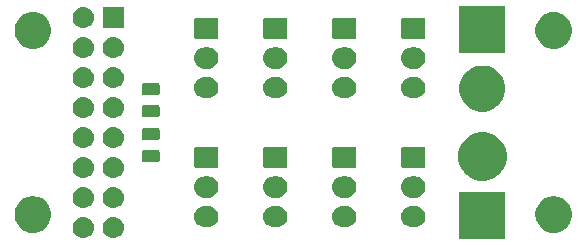
<source format=gbr>
G04 #@! TF.GenerationSoftware,KiCad,Pcbnew,(5.1.4)-1*
G04 #@! TF.CreationDate,2021-10-23T09:50:45-05:00*
G04 #@! TF.ProjectId,FadecandyHatV1.0,46616465-6361-46e6-9479-48617456312e,rev?*
G04 #@! TF.SameCoordinates,Original*
G04 #@! TF.FileFunction,Soldermask,Top*
G04 #@! TF.FilePolarity,Negative*
%FSLAX46Y46*%
G04 Gerber Fmt 4.6, Leading zero omitted, Abs format (unit mm)*
G04 Created by KiCad (PCBNEW (5.1.4)-1) date 2021-10-23 09:50:45*
%MOMM*%
%LPD*%
G04 APERTURE LIST*
%ADD10C,0.100000*%
G04 APERTURE END LIST*
D10*
G36*
X37003000Y-21255000D02*
G01*
X33101000Y-21255000D01*
X33101000Y-17353000D01*
X37003000Y-17353000D01*
X37003000Y-21255000D01*
X37003000Y-21255000D01*
G37*
G36*
X3920443Y-19425519D02*
G01*
X3986627Y-19432037D01*
X4156466Y-19483557D01*
X4312991Y-19567222D01*
X4313484Y-19567627D01*
X4450186Y-19679814D01*
X4533448Y-19781271D01*
X4562778Y-19817009D01*
X4646443Y-19973534D01*
X4697963Y-20143373D01*
X4715359Y-20320000D01*
X4697963Y-20496627D01*
X4646443Y-20666466D01*
X4562778Y-20822991D01*
X4533448Y-20858729D01*
X4450186Y-20960186D01*
X4348729Y-21043448D01*
X4312991Y-21072778D01*
X4156466Y-21156443D01*
X3986627Y-21207963D01*
X3920442Y-21214482D01*
X3854260Y-21221000D01*
X3765740Y-21221000D01*
X3699558Y-21214482D01*
X3633373Y-21207963D01*
X3463534Y-21156443D01*
X3307009Y-21072778D01*
X3271271Y-21043448D01*
X3169814Y-20960186D01*
X3086552Y-20858729D01*
X3057222Y-20822991D01*
X2973557Y-20666466D01*
X2922037Y-20496627D01*
X2904641Y-20320000D01*
X2922037Y-20143373D01*
X2973557Y-19973534D01*
X3057222Y-19817009D01*
X3086552Y-19781271D01*
X3169814Y-19679814D01*
X3306516Y-19567627D01*
X3307009Y-19567222D01*
X3463534Y-19483557D01*
X3633373Y-19432037D01*
X3699557Y-19425519D01*
X3765740Y-19419000D01*
X3854260Y-19419000D01*
X3920443Y-19425519D01*
X3920443Y-19425519D01*
G37*
G36*
X1380443Y-19425519D02*
G01*
X1446627Y-19432037D01*
X1616466Y-19483557D01*
X1772991Y-19567222D01*
X1773484Y-19567627D01*
X1910186Y-19679814D01*
X1993448Y-19781271D01*
X2022778Y-19817009D01*
X2106443Y-19973534D01*
X2157963Y-20143373D01*
X2175359Y-20320000D01*
X2157963Y-20496627D01*
X2106443Y-20666466D01*
X2022778Y-20822991D01*
X1993448Y-20858729D01*
X1910186Y-20960186D01*
X1808729Y-21043448D01*
X1772991Y-21072778D01*
X1616466Y-21156443D01*
X1446627Y-21207963D01*
X1380442Y-21214482D01*
X1314260Y-21221000D01*
X1225740Y-21221000D01*
X1159558Y-21214482D01*
X1093373Y-21207963D01*
X923534Y-21156443D01*
X767009Y-21072778D01*
X731271Y-21043448D01*
X629814Y-20960186D01*
X546552Y-20858729D01*
X517222Y-20822991D01*
X433557Y-20666466D01*
X382037Y-20496627D01*
X364641Y-20320000D01*
X382037Y-20143373D01*
X433557Y-19973534D01*
X517222Y-19817009D01*
X546552Y-19781271D01*
X629814Y-19679814D01*
X766516Y-19567627D01*
X767009Y-19567222D01*
X923534Y-19483557D01*
X1093373Y-19432037D01*
X1159557Y-19425519D01*
X1225740Y-19419000D01*
X1314260Y-19419000D01*
X1380443Y-19425519D01*
X1380443Y-19425519D01*
G37*
G36*
X41402585Y-17703802D02*
G01*
X41552410Y-17733604D01*
X41834674Y-17850521D01*
X42088705Y-18020259D01*
X42304741Y-18236295D01*
X42474479Y-18490326D01*
X42591396Y-18772590D01*
X42591396Y-18772591D01*
X42651000Y-19072239D01*
X42651000Y-19377761D01*
X42642797Y-19419000D01*
X42591396Y-19677410D01*
X42474479Y-19959674D01*
X42304741Y-20213705D01*
X42088705Y-20429741D01*
X41834674Y-20599479D01*
X41552410Y-20716396D01*
X41402585Y-20746198D01*
X41252761Y-20776000D01*
X40947239Y-20776000D01*
X40797415Y-20746198D01*
X40647590Y-20716396D01*
X40365326Y-20599479D01*
X40111295Y-20429741D01*
X39895259Y-20213705D01*
X39725521Y-19959674D01*
X39608604Y-19677410D01*
X39557203Y-19419000D01*
X39549000Y-19377761D01*
X39549000Y-19072239D01*
X39608604Y-18772591D01*
X39608604Y-18772590D01*
X39725521Y-18490326D01*
X39895259Y-18236295D01*
X40111295Y-18020259D01*
X40365326Y-17850521D01*
X40647590Y-17733604D01*
X40797415Y-17703802D01*
X40947239Y-17674000D01*
X41252761Y-17674000D01*
X41402585Y-17703802D01*
X41402585Y-17703802D01*
G37*
G36*
X-2697415Y-17703802D02*
G01*
X-2547590Y-17733604D01*
X-2265326Y-17850521D01*
X-2011295Y-18020259D01*
X-1795259Y-18236295D01*
X-1625521Y-18490326D01*
X-1508604Y-18772590D01*
X-1508604Y-18772591D01*
X-1449000Y-19072239D01*
X-1449000Y-19377761D01*
X-1457203Y-19419000D01*
X-1508604Y-19677410D01*
X-1625521Y-19959674D01*
X-1795259Y-20213705D01*
X-2011295Y-20429741D01*
X-2265326Y-20599479D01*
X-2547590Y-20716396D01*
X-2697415Y-20746198D01*
X-2847239Y-20776000D01*
X-3152761Y-20776000D01*
X-3302585Y-20746198D01*
X-3452410Y-20716396D01*
X-3734674Y-20599479D01*
X-3988705Y-20429741D01*
X-4204741Y-20213705D01*
X-4374479Y-19959674D01*
X-4491396Y-19677410D01*
X-4542797Y-19419000D01*
X-4551000Y-19377761D01*
X-4551000Y-19072239D01*
X-4491396Y-18772591D01*
X-4491396Y-18772590D01*
X-4374479Y-18490326D01*
X-4204741Y-18236295D01*
X-3988705Y-18020259D01*
X-3734674Y-17850521D01*
X-3452410Y-17733604D01*
X-3302585Y-17703802D01*
X-3152761Y-17674000D01*
X-2847239Y-17674000D01*
X-2697415Y-17703802D01*
X-2697415Y-17703802D01*
G37*
G36*
X17761442Y-18496518D02*
G01*
X17827627Y-18503037D01*
X17997466Y-18554557D01*
X18153991Y-18638222D01*
X18189729Y-18667552D01*
X18291186Y-18750814D01*
X18374448Y-18852271D01*
X18403778Y-18888009D01*
X18487443Y-19044534D01*
X18538963Y-19214373D01*
X18556359Y-19391000D01*
X18538963Y-19567627D01*
X18487443Y-19737466D01*
X18403778Y-19893991D01*
X18374448Y-19929729D01*
X18291186Y-20031186D01*
X18189729Y-20114448D01*
X18153991Y-20143778D01*
X17997466Y-20227443D01*
X17827627Y-20278963D01*
X17761442Y-20285482D01*
X17695260Y-20292000D01*
X17356740Y-20292000D01*
X17290558Y-20285482D01*
X17224373Y-20278963D01*
X17054534Y-20227443D01*
X16898009Y-20143778D01*
X16862271Y-20114448D01*
X16760814Y-20031186D01*
X16677552Y-19929729D01*
X16648222Y-19893991D01*
X16564557Y-19737466D01*
X16513037Y-19567627D01*
X16495641Y-19391000D01*
X16513037Y-19214373D01*
X16564557Y-19044534D01*
X16648222Y-18888009D01*
X16677552Y-18852271D01*
X16760814Y-18750814D01*
X16862271Y-18667552D01*
X16898009Y-18638222D01*
X17054534Y-18554557D01*
X17224373Y-18503037D01*
X17290558Y-18496518D01*
X17356740Y-18490000D01*
X17695260Y-18490000D01*
X17761442Y-18496518D01*
X17761442Y-18496518D01*
G37*
G36*
X23603442Y-18496518D02*
G01*
X23669627Y-18503037D01*
X23839466Y-18554557D01*
X23995991Y-18638222D01*
X24031729Y-18667552D01*
X24133186Y-18750814D01*
X24216448Y-18852271D01*
X24245778Y-18888009D01*
X24329443Y-19044534D01*
X24380963Y-19214373D01*
X24398359Y-19391000D01*
X24380963Y-19567627D01*
X24329443Y-19737466D01*
X24245778Y-19893991D01*
X24216448Y-19929729D01*
X24133186Y-20031186D01*
X24031729Y-20114448D01*
X23995991Y-20143778D01*
X23839466Y-20227443D01*
X23669627Y-20278963D01*
X23603442Y-20285482D01*
X23537260Y-20292000D01*
X23198740Y-20292000D01*
X23132558Y-20285482D01*
X23066373Y-20278963D01*
X22896534Y-20227443D01*
X22740009Y-20143778D01*
X22704271Y-20114448D01*
X22602814Y-20031186D01*
X22519552Y-19929729D01*
X22490222Y-19893991D01*
X22406557Y-19737466D01*
X22355037Y-19567627D01*
X22337641Y-19391000D01*
X22355037Y-19214373D01*
X22406557Y-19044534D01*
X22490222Y-18888009D01*
X22519552Y-18852271D01*
X22602814Y-18750814D01*
X22704271Y-18667552D01*
X22740009Y-18638222D01*
X22896534Y-18554557D01*
X23066373Y-18503037D01*
X23132558Y-18496518D01*
X23198740Y-18490000D01*
X23537260Y-18490000D01*
X23603442Y-18496518D01*
X23603442Y-18496518D01*
G37*
G36*
X11919442Y-18496518D02*
G01*
X11985627Y-18503037D01*
X12155466Y-18554557D01*
X12311991Y-18638222D01*
X12347729Y-18667552D01*
X12449186Y-18750814D01*
X12532448Y-18852271D01*
X12561778Y-18888009D01*
X12645443Y-19044534D01*
X12696963Y-19214373D01*
X12714359Y-19391000D01*
X12696963Y-19567627D01*
X12645443Y-19737466D01*
X12561778Y-19893991D01*
X12532448Y-19929729D01*
X12449186Y-20031186D01*
X12347729Y-20114448D01*
X12311991Y-20143778D01*
X12155466Y-20227443D01*
X11985627Y-20278963D01*
X11919442Y-20285482D01*
X11853260Y-20292000D01*
X11514740Y-20292000D01*
X11448558Y-20285482D01*
X11382373Y-20278963D01*
X11212534Y-20227443D01*
X11056009Y-20143778D01*
X11020271Y-20114448D01*
X10918814Y-20031186D01*
X10835552Y-19929729D01*
X10806222Y-19893991D01*
X10722557Y-19737466D01*
X10671037Y-19567627D01*
X10653641Y-19391000D01*
X10671037Y-19214373D01*
X10722557Y-19044534D01*
X10806222Y-18888009D01*
X10835552Y-18852271D01*
X10918814Y-18750814D01*
X11020271Y-18667552D01*
X11056009Y-18638222D01*
X11212534Y-18554557D01*
X11382373Y-18503037D01*
X11448558Y-18496518D01*
X11514740Y-18490000D01*
X11853260Y-18490000D01*
X11919442Y-18496518D01*
X11919442Y-18496518D01*
G37*
G36*
X29445442Y-18496518D02*
G01*
X29511627Y-18503037D01*
X29681466Y-18554557D01*
X29837991Y-18638222D01*
X29873729Y-18667552D01*
X29975186Y-18750814D01*
X30058448Y-18852271D01*
X30087778Y-18888009D01*
X30171443Y-19044534D01*
X30222963Y-19214373D01*
X30240359Y-19391000D01*
X30222963Y-19567627D01*
X30171443Y-19737466D01*
X30087778Y-19893991D01*
X30058448Y-19929729D01*
X29975186Y-20031186D01*
X29873729Y-20114448D01*
X29837991Y-20143778D01*
X29681466Y-20227443D01*
X29511627Y-20278963D01*
X29445442Y-20285482D01*
X29379260Y-20292000D01*
X29040740Y-20292000D01*
X28974558Y-20285482D01*
X28908373Y-20278963D01*
X28738534Y-20227443D01*
X28582009Y-20143778D01*
X28546271Y-20114448D01*
X28444814Y-20031186D01*
X28361552Y-19929729D01*
X28332222Y-19893991D01*
X28248557Y-19737466D01*
X28197037Y-19567627D01*
X28179641Y-19391000D01*
X28197037Y-19214373D01*
X28248557Y-19044534D01*
X28332222Y-18888009D01*
X28361552Y-18852271D01*
X28444814Y-18750814D01*
X28546271Y-18667552D01*
X28582009Y-18638222D01*
X28738534Y-18554557D01*
X28908373Y-18503037D01*
X28974558Y-18496518D01*
X29040740Y-18490000D01*
X29379260Y-18490000D01*
X29445442Y-18496518D01*
X29445442Y-18496518D01*
G37*
G36*
X3920443Y-16885519D02*
G01*
X3986627Y-16892037D01*
X4156466Y-16943557D01*
X4312991Y-17027222D01*
X4348729Y-17056552D01*
X4450186Y-17139814D01*
X4530326Y-17237466D01*
X4562778Y-17277009D01*
X4646443Y-17433534D01*
X4697963Y-17603373D01*
X4715359Y-17780000D01*
X4697963Y-17956627D01*
X4646443Y-18126466D01*
X4562778Y-18282991D01*
X4533448Y-18318729D01*
X4450186Y-18420186D01*
X4365116Y-18490000D01*
X4312991Y-18532778D01*
X4156466Y-18616443D01*
X3986627Y-18667963D01*
X3920443Y-18674481D01*
X3854260Y-18681000D01*
X3765740Y-18681000D01*
X3699557Y-18674481D01*
X3633373Y-18667963D01*
X3463534Y-18616443D01*
X3307009Y-18532778D01*
X3254884Y-18490000D01*
X3169814Y-18420186D01*
X3086552Y-18318729D01*
X3057222Y-18282991D01*
X2973557Y-18126466D01*
X2922037Y-17956627D01*
X2904641Y-17780000D01*
X2922037Y-17603373D01*
X2973557Y-17433534D01*
X3057222Y-17277009D01*
X3089674Y-17237466D01*
X3169814Y-17139814D01*
X3271271Y-17056552D01*
X3307009Y-17027222D01*
X3463534Y-16943557D01*
X3633373Y-16892037D01*
X3699557Y-16885519D01*
X3765740Y-16879000D01*
X3854260Y-16879000D01*
X3920443Y-16885519D01*
X3920443Y-16885519D01*
G37*
G36*
X1380443Y-16885519D02*
G01*
X1446627Y-16892037D01*
X1616466Y-16943557D01*
X1772991Y-17027222D01*
X1808729Y-17056552D01*
X1910186Y-17139814D01*
X1990326Y-17237466D01*
X2022778Y-17277009D01*
X2106443Y-17433534D01*
X2157963Y-17603373D01*
X2175359Y-17780000D01*
X2157963Y-17956627D01*
X2106443Y-18126466D01*
X2022778Y-18282991D01*
X1993448Y-18318729D01*
X1910186Y-18420186D01*
X1825116Y-18490000D01*
X1772991Y-18532778D01*
X1616466Y-18616443D01*
X1446627Y-18667963D01*
X1380443Y-18674481D01*
X1314260Y-18681000D01*
X1225740Y-18681000D01*
X1159557Y-18674481D01*
X1093373Y-18667963D01*
X923534Y-18616443D01*
X767009Y-18532778D01*
X714884Y-18490000D01*
X629814Y-18420186D01*
X546552Y-18318729D01*
X517222Y-18282991D01*
X433557Y-18126466D01*
X382037Y-17956627D01*
X364641Y-17780000D01*
X382037Y-17603373D01*
X433557Y-17433534D01*
X517222Y-17277009D01*
X549674Y-17237466D01*
X629814Y-17139814D01*
X731271Y-17056552D01*
X767009Y-17027222D01*
X923534Y-16943557D01*
X1093373Y-16892037D01*
X1159557Y-16885519D01*
X1225740Y-16879000D01*
X1314260Y-16879000D01*
X1380443Y-16885519D01*
X1380443Y-16885519D01*
G37*
G36*
X29445443Y-15996519D02*
G01*
X29511627Y-16003037D01*
X29681466Y-16054557D01*
X29837991Y-16138222D01*
X29873729Y-16167552D01*
X29975186Y-16250814D01*
X30058448Y-16352271D01*
X30087778Y-16388009D01*
X30171443Y-16544534D01*
X30222963Y-16714373D01*
X30240359Y-16891000D01*
X30222963Y-17067627D01*
X30171443Y-17237466D01*
X30087778Y-17393991D01*
X30058448Y-17429729D01*
X29975186Y-17531186D01*
X29887222Y-17603375D01*
X29837991Y-17643778D01*
X29681466Y-17727443D01*
X29511627Y-17778963D01*
X29445443Y-17785481D01*
X29379260Y-17792000D01*
X29040740Y-17792000D01*
X28974557Y-17785481D01*
X28908373Y-17778963D01*
X28738534Y-17727443D01*
X28582009Y-17643778D01*
X28532778Y-17603375D01*
X28444814Y-17531186D01*
X28361552Y-17429729D01*
X28332222Y-17393991D01*
X28248557Y-17237466D01*
X28197037Y-17067627D01*
X28179641Y-16891000D01*
X28197037Y-16714373D01*
X28248557Y-16544534D01*
X28332222Y-16388009D01*
X28361552Y-16352271D01*
X28444814Y-16250814D01*
X28546271Y-16167552D01*
X28582009Y-16138222D01*
X28738534Y-16054557D01*
X28908373Y-16003037D01*
X28974557Y-15996519D01*
X29040740Y-15990000D01*
X29379260Y-15990000D01*
X29445443Y-15996519D01*
X29445443Y-15996519D01*
G37*
G36*
X23603443Y-15996519D02*
G01*
X23669627Y-16003037D01*
X23839466Y-16054557D01*
X23995991Y-16138222D01*
X24031729Y-16167552D01*
X24133186Y-16250814D01*
X24216448Y-16352271D01*
X24245778Y-16388009D01*
X24329443Y-16544534D01*
X24380963Y-16714373D01*
X24398359Y-16891000D01*
X24380963Y-17067627D01*
X24329443Y-17237466D01*
X24245778Y-17393991D01*
X24216448Y-17429729D01*
X24133186Y-17531186D01*
X24045222Y-17603375D01*
X23995991Y-17643778D01*
X23839466Y-17727443D01*
X23669627Y-17778963D01*
X23603443Y-17785481D01*
X23537260Y-17792000D01*
X23198740Y-17792000D01*
X23132557Y-17785481D01*
X23066373Y-17778963D01*
X22896534Y-17727443D01*
X22740009Y-17643778D01*
X22690778Y-17603375D01*
X22602814Y-17531186D01*
X22519552Y-17429729D01*
X22490222Y-17393991D01*
X22406557Y-17237466D01*
X22355037Y-17067627D01*
X22337641Y-16891000D01*
X22355037Y-16714373D01*
X22406557Y-16544534D01*
X22490222Y-16388009D01*
X22519552Y-16352271D01*
X22602814Y-16250814D01*
X22704271Y-16167552D01*
X22740009Y-16138222D01*
X22896534Y-16054557D01*
X23066373Y-16003037D01*
X23132557Y-15996519D01*
X23198740Y-15990000D01*
X23537260Y-15990000D01*
X23603443Y-15996519D01*
X23603443Y-15996519D01*
G37*
G36*
X11919443Y-15996519D02*
G01*
X11985627Y-16003037D01*
X12155466Y-16054557D01*
X12311991Y-16138222D01*
X12347729Y-16167552D01*
X12449186Y-16250814D01*
X12532448Y-16352271D01*
X12561778Y-16388009D01*
X12645443Y-16544534D01*
X12696963Y-16714373D01*
X12714359Y-16891000D01*
X12696963Y-17067627D01*
X12645443Y-17237466D01*
X12561778Y-17393991D01*
X12532448Y-17429729D01*
X12449186Y-17531186D01*
X12361222Y-17603375D01*
X12311991Y-17643778D01*
X12155466Y-17727443D01*
X11985627Y-17778963D01*
X11919443Y-17785481D01*
X11853260Y-17792000D01*
X11514740Y-17792000D01*
X11448557Y-17785481D01*
X11382373Y-17778963D01*
X11212534Y-17727443D01*
X11056009Y-17643778D01*
X11006778Y-17603375D01*
X10918814Y-17531186D01*
X10835552Y-17429729D01*
X10806222Y-17393991D01*
X10722557Y-17237466D01*
X10671037Y-17067627D01*
X10653641Y-16891000D01*
X10671037Y-16714373D01*
X10722557Y-16544534D01*
X10806222Y-16388009D01*
X10835552Y-16352271D01*
X10918814Y-16250814D01*
X11020271Y-16167552D01*
X11056009Y-16138222D01*
X11212534Y-16054557D01*
X11382373Y-16003037D01*
X11448557Y-15996519D01*
X11514740Y-15990000D01*
X11853260Y-15990000D01*
X11919443Y-15996519D01*
X11919443Y-15996519D01*
G37*
G36*
X17761443Y-15996519D02*
G01*
X17827627Y-16003037D01*
X17997466Y-16054557D01*
X18153991Y-16138222D01*
X18189729Y-16167552D01*
X18291186Y-16250814D01*
X18374448Y-16352271D01*
X18403778Y-16388009D01*
X18487443Y-16544534D01*
X18538963Y-16714373D01*
X18556359Y-16891000D01*
X18538963Y-17067627D01*
X18487443Y-17237466D01*
X18403778Y-17393991D01*
X18374448Y-17429729D01*
X18291186Y-17531186D01*
X18203222Y-17603375D01*
X18153991Y-17643778D01*
X17997466Y-17727443D01*
X17827627Y-17778963D01*
X17761443Y-17785481D01*
X17695260Y-17792000D01*
X17356740Y-17792000D01*
X17290557Y-17785481D01*
X17224373Y-17778963D01*
X17054534Y-17727443D01*
X16898009Y-17643778D01*
X16848778Y-17603375D01*
X16760814Y-17531186D01*
X16677552Y-17429729D01*
X16648222Y-17393991D01*
X16564557Y-17237466D01*
X16513037Y-17067627D01*
X16495641Y-16891000D01*
X16513037Y-16714373D01*
X16564557Y-16544534D01*
X16648222Y-16388009D01*
X16677552Y-16352271D01*
X16760814Y-16250814D01*
X16862271Y-16167552D01*
X16898009Y-16138222D01*
X17054534Y-16054557D01*
X17224373Y-16003037D01*
X17290557Y-15996519D01*
X17356740Y-15990000D01*
X17695260Y-15990000D01*
X17761443Y-15996519D01*
X17761443Y-15996519D01*
G37*
G36*
X35650254Y-12331818D02*
G01*
X36023511Y-12486426D01*
X36023513Y-12486427D01*
X36359436Y-12710884D01*
X36645116Y-12996564D01*
X36678460Y-13046466D01*
X36869574Y-13332489D01*
X37024182Y-13705746D01*
X37103000Y-14101993D01*
X37103000Y-14506007D01*
X37024182Y-14902254D01*
X36869574Y-15275511D01*
X36869573Y-15275513D01*
X36645116Y-15611436D01*
X36359436Y-15897116D01*
X36023513Y-16121573D01*
X36023512Y-16121574D01*
X36023511Y-16121574D01*
X35650254Y-16276182D01*
X35254007Y-16355000D01*
X34849993Y-16355000D01*
X34453746Y-16276182D01*
X34080489Y-16121574D01*
X34080488Y-16121574D01*
X34080487Y-16121573D01*
X33744564Y-15897116D01*
X33458884Y-15611436D01*
X33234427Y-15275513D01*
X33234426Y-15275511D01*
X33079818Y-14902254D01*
X33001000Y-14506007D01*
X33001000Y-14101993D01*
X33079818Y-13705746D01*
X33234426Y-13332489D01*
X33425541Y-13046466D01*
X33458884Y-12996564D01*
X33744564Y-12710884D01*
X34080487Y-12486427D01*
X34080489Y-12486426D01*
X34453746Y-12331818D01*
X34849993Y-12253000D01*
X35254007Y-12253000D01*
X35650254Y-12331818D01*
X35650254Y-12331818D01*
G37*
G36*
X3920443Y-14345519D02*
G01*
X3986627Y-14352037D01*
X4156466Y-14403557D01*
X4312991Y-14487222D01*
X4335879Y-14506006D01*
X4450186Y-14599814D01*
X4518567Y-14683138D01*
X4562778Y-14737009D01*
X4646443Y-14893534D01*
X4697963Y-15063373D01*
X4715359Y-15240000D01*
X4697963Y-15416627D01*
X4646443Y-15586466D01*
X4562778Y-15742991D01*
X4533448Y-15778729D01*
X4450186Y-15880186D01*
X4348729Y-15963448D01*
X4312991Y-15992778D01*
X4156466Y-16076443D01*
X3986627Y-16127963D01*
X3920443Y-16134481D01*
X3854260Y-16141000D01*
X3765740Y-16141000D01*
X3699557Y-16134481D01*
X3633373Y-16127963D01*
X3463534Y-16076443D01*
X3307009Y-15992778D01*
X3271271Y-15963448D01*
X3169814Y-15880186D01*
X3086552Y-15778729D01*
X3057222Y-15742991D01*
X2973557Y-15586466D01*
X2922037Y-15416627D01*
X2904641Y-15240000D01*
X2922037Y-15063373D01*
X2973557Y-14893534D01*
X3057222Y-14737009D01*
X3101433Y-14683138D01*
X3169814Y-14599814D01*
X3284121Y-14506006D01*
X3307009Y-14487222D01*
X3463534Y-14403557D01*
X3633373Y-14352037D01*
X3699557Y-14345519D01*
X3765740Y-14339000D01*
X3854260Y-14339000D01*
X3920443Y-14345519D01*
X3920443Y-14345519D01*
G37*
G36*
X1380443Y-14345519D02*
G01*
X1446627Y-14352037D01*
X1616466Y-14403557D01*
X1772991Y-14487222D01*
X1795879Y-14506006D01*
X1910186Y-14599814D01*
X1978567Y-14683138D01*
X2022778Y-14737009D01*
X2106443Y-14893534D01*
X2157963Y-15063373D01*
X2175359Y-15240000D01*
X2157963Y-15416627D01*
X2106443Y-15586466D01*
X2022778Y-15742991D01*
X1993448Y-15778729D01*
X1910186Y-15880186D01*
X1808729Y-15963448D01*
X1772991Y-15992778D01*
X1616466Y-16076443D01*
X1446627Y-16127963D01*
X1380443Y-16134481D01*
X1314260Y-16141000D01*
X1225740Y-16141000D01*
X1159557Y-16134481D01*
X1093373Y-16127963D01*
X923534Y-16076443D01*
X767009Y-15992778D01*
X731271Y-15963448D01*
X629814Y-15880186D01*
X546552Y-15778729D01*
X517222Y-15742991D01*
X433557Y-15586466D01*
X382037Y-15416627D01*
X364641Y-15240000D01*
X382037Y-15063373D01*
X433557Y-14893534D01*
X517222Y-14737009D01*
X561433Y-14683138D01*
X629814Y-14599814D01*
X744121Y-14506006D01*
X767009Y-14487222D01*
X923534Y-14403557D01*
X1093373Y-14352037D01*
X1159557Y-14345519D01*
X1225740Y-14339000D01*
X1314260Y-14339000D01*
X1380443Y-14345519D01*
X1380443Y-14345519D01*
G37*
G36*
X12567600Y-13493989D02*
G01*
X12600652Y-13504015D01*
X12631103Y-13520292D01*
X12657799Y-13542201D01*
X12679708Y-13568897D01*
X12695985Y-13599348D01*
X12706011Y-13632400D01*
X12710000Y-13672903D01*
X12710000Y-15109097D01*
X12706011Y-15149600D01*
X12695985Y-15182652D01*
X12679708Y-15213103D01*
X12657799Y-15239799D01*
X12631103Y-15261708D01*
X12600652Y-15277985D01*
X12567600Y-15288011D01*
X12527097Y-15292000D01*
X10840903Y-15292000D01*
X10800400Y-15288011D01*
X10767348Y-15277985D01*
X10736897Y-15261708D01*
X10710201Y-15239799D01*
X10688292Y-15213103D01*
X10672015Y-15182652D01*
X10661989Y-15149600D01*
X10658000Y-15109097D01*
X10658000Y-13672903D01*
X10661989Y-13632400D01*
X10672015Y-13599348D01*
X10688292Y-13568897D01*
X10710201Y-13542201D01*
X10736897Y-13520292D01*
X10767348Y-13504015D01*
X10800400Y-13493989D01*
X10840903Y-13490000D01*
X12527097Y-13490000D01*
X12567600Y-13493989D01*
X12567600Y-13493989D01*
G37*
G36*
X18409600Y-13493989D02*
G01*
X18442652Y-13504015D01*
X18473103Y-13520292D01*
X18499799Y-13542201D01*
X18521708Y-13568897D01*
X18537985Y-13599348D01*
X18548011Y-13632400D01*
X18552000Y-13672903D01*
X18552000Y-15109097D01*
X18548011Y-15149600D01*
X18537985Y-15182652D01*
X18521708Y-15213103D01*
X18499799Y-15239799D01*
X18473103Y-15261708D01*
X18442652Y-15277985D01*
X18409600Y-15288011D01*
X18369097Y-15292000D01*
X16682903Y-15292000D01*
X16642400Y-15288011D01*
X16609348Y-15277985D01*
X16578897Y-15261708D01*
X16552201Y-15239799D01*
X16530292Y-15213103D01*
X16514015Y-15182652D01*
X16503989Y-15149600D01*
X16500000Y-15109097D01*
X16500000Y-13672903D01*
X16503989Y-13632400D01*
X16514015Y-13599348D01*
X16530292Y-13568897D01*
X16552201Y-13542201D01*
X16578897Y-13520292D01*
X16609348Y-13504015D01*
X16642400Y-13493989D01*
X16682903Y-13490000D01*
X18369097Y-13490000D01*
X18409600Y-13493989D01*
X18409600Y-13493989D01*
G37*
G36*
X24251600Y-13493989D02*
G01*
X24284652Y-13504015D01*
X24315103Y-13520292D01*
X24341799Y-13542201D01*
X24363708Y-13568897D01*
X24379985Y-13599348D01*
X24390011Y-13632400D01*
X24394000Y-13672903D01*
X24394000Y-15109097D01*
X24390011Y-15149600D01*
X24379985Y-15182652D01*
X24363708Y-15213103D01*
X24341799Y-15239799D01*
X24315103Y-15261708D01*
X24284652Y-15277985D01*
X24251600Y-15288011D01*
X24211097Y-15292000D01*
X22524903Y-15292000D01*
X22484400Y-15288011D01*
X22451348Y-15277985D01*
X22420897Y-15261708D01*
X22394201Y-15239799D01*
X22372292Y-15213103D01*
X22356015Y-15182652D01*
X22345989Y-15149600D01*
X22342000Y-15109097D01*
X22342000Y-13672903D01*
X22345989Y-13632400D01*
X22356015Y-13599348D01*
X22372292Y-13568897D01*
X22394201Y-13542201D01*
X22420897Y-13520292D01*
X22451348Y-13504015D01*
X22484400Y-13493989D01*
X22524903Y-13490000D01*
X24211097Y-13490000D01*
X24251600Y-13493989D01*
X24251600Y-13493989D01*
G37*
G36*
X30093600Y-13493989D02*
G01*
X30126652Y-13504015D01*
X30157103Y-13520292D01*
X30183799Y-13542201D01*
X30205708Y-13568897D01*
X30221985Y-13599348D01*
X30232011Y-13632400D01*
X30236000Y-13672903D01*
X30236000Y-15109097D01*
X30232011Y-15149600D01*
X30221985Y-15182652D01*
X30205708Y-15213103D01*
X30183799Y-15239799D01*
X30157103Y-15261708D01*
X30126652Y-15277985D01*
X30093600Y-15288011D01*
X30053097Y-15292000D01*
X28366903Y-15292000D01*
X28326400Y-15288011D01*
X28293348Y-15277985D01*
X28262897Y-15261708D01*
X28236201Y-15239799D01*
X28214292Y-15213103D01*
X28198015Y-15182652D01*
X28187989Y-15149600D01*
X28184000Y-15109097D01*
X28184000Y-13672903D01*
X28187989Y-13632400D01*
X28198015Y-13599348D01*
X28214292Y-13568897D01*
X28236201Y-13542201D01*
X28262897Y-13520292D01*
X28293348Y-13504015D01*
X28326400Y-13493989D01*
X28366903Y-13490000D01*
X30053097Y-13490000D01*
X30093600Y-13493989D01*
X30093600Y-13493989D01*
G37*
G36*
X7569468Y-13738565D02*
G01*
X7608138Y-13750296D01*
X7643777Y-13769346D01*
X7675017Y-13794983D01*
X7700654Y-13826223D01*
X7719704Y-13861862D01*
X7731435Y-13900532D01*
X7736000Y-13946888D01*
X7736000Y-14598112D01*
X7731435Y-14644468D01*
X7719704Y-14683138D01*
X7700654Y-14718777D01*
X7675017Y-14750017D01*
X7643777Y-14775654D01*
X7608138Y-14794704D01*
X7569468Y-14806435D01*
X7523112Y-14811000D01*
X6446888Y-14811000D01*
X6400532Y-14806435D01*
X6361862Y-14794704D01*
X6326223Y-14775654D01*
X6294983Y-14750017D01*
X6269346Y-14718777D01*
X6250296Y-14683138D01*
X6238565Y-14644468D01*
X6234000Y-14598112D01*
X6234000Y-13946888D01*
X6238565Y-13900532D01*
X6250296Y-13861862D01*
X6269346Y-13826223D01*
X6294983Y-13794983D01*
X6326223Y-13769346D01*
X6361862Y-13750296D01*
X6400532Y-13738565D01*
X6446888Y-13734000D01*
X7523112Y-13734000D01*
X7569468Y-13738565D01*
X7569468Y-13738565D01*
G37*
G36*
X3920443Y-11805519D02*
G01*
X3986627Y-11812037D01*
X4156466Y-11863557D01*
X4312991Y-11947222D01*
X4317866Y-11951223D01*
X4450186Y-12059814D01*
X4506349Y-12128250D01*
X4562778Y-12197009D01*
X4562779Y-12197011D01*
X4634836Y-12331818D01*
X4646443Y-12353534D01*
X4697963Y-12523373D01*
X4715359Y-12700000D01*
X4697963Y-12876627D01*
X4646443Y-13046466D01*
X4562778Y-13202991D01*
X4533448Y-13238729D01*
X4450186Y-13340186D01*
X4348729Y-13423448D01*
X4312991Y-13452778D01*
X4156466Y-13536443D01*
X3986627Y-13587963D01*
X3920443Y-13594481D01*
X3854260Y-13601000D01*
X3765740Y-13601000D01*
X3699557Y-13594481D01*
X3633373Y-13587963D01*
X3463534Y-13536443D01*
X3307009Y-13452778D01*
X3271271Y-13423448D01*
X3169814Y-13340186D01*
X3086552Y-13238729D01*
X3057222Y-13202991D01*
X2973557Y-13046466D01*
X2922037Y-12876627D01*
X2904641Y-12700000D01*
X2922037Y-12523373D01*
X2973557Y-12353534D01*
X2985165Y-12331818D01*
X3057221Y-12197011D01*
X3057222Y-12197009D01*
X3113651Y-12128250D01*
X3169814Y-12059814D01*
X3302134Y-11951223D01*
X3307009Y-11947222D01*
X3463534Y-11863557D01*
X3633373Y-11812037D01*
X3699557Y-11805519D01*
X3765740Y-11799000D01*
X3854260Y-11799000D01*
X3920443Y-11805519D01*
X3920443Y-11805519D01*
G37*
G36*
X1380443Y-11805519D02*
G01*
X1446627Y-11812037D01*
X1616466Y-11863557D01*
X1772991Y-11947222D01*
X1777866Y-11951223D01*
X1910186Y-12059814D01*
X1966349Y-12128250D01*
X2022778Y-12197009D01*
X2022779Y-12197011D01*
X2094836Y-12331818D01*
X2106443Y-12353534D01*
X2157963Y-12523373D01*
X2175359Y-12700000D01*
X2157963Y-12876627D01*
X2106443Y-13046466D01*
X2022778Y-13202991D01*
X1993448Y-13238729D01*
X1910186Y-13340186D01*
X1808729Y-13423448D01*
X1772991Y-13452778D01*
X1616466Y-13536443D01*
X1446627Y-13587963D01*
X1380443Y-13594481D01*
X1314260Y-13601000D01*
X1225740Y-13601000D01*
X1159557Y-13594481D01*
X1093373Y-13587963D01*
X923534Y-13536443D01*
X767009Y-13452778D01*
X731271Y-13423448D01*
X629814Y-13340186D01*
X546552Y-13238729D01*
X517222Y-13202991D01*
X433557Y-13046466D01*
X382037Y-12876627D01*
X364641Y-12700000D01*
X382037Y-12523373D01*
X433557Y-12353534D01*
X445165Y-12331818D01*
X517221Y-12197011D01*
X517222Y-12197009D01*
X573651Y-12128250D01*
X629814Y-12059814D01*
X762134Y-11951223D01*
X767009Y-11947222D01*
X923534Y-11863557D01*
X1093373Y-11812037D01*
X1159557Y-11805519D01*
X1225740Y-11799000D01*
X1314260Y-11799000D01*
X1380443Y-11805519D01*
X1380443Y-11805519D01*
G37*
G36*
X7569468Y-11863565D02*
G01*
X7608138Y-11875296D01*
X7643777Y-11894346D01*
X7675017Y-11919983D01*
X7700654Y-11951223D01*
X7719704Y-11986862D01*
X7731435Y-12025532D01*
X7736000Y-12071888D01*
X7736000Y-12723112D01*
X7731435Y-12769468D01*
X7719704Y-12808138D01*
X7700654Y-12843777D01*
X7675017Y-12875017D01*
X7643777Y-12900654D01*
X7608138Y-12919704D01*
X7569468Y-12931435D01*
X7523112Y-12936000D01*
X6446888Y-12936000D01*
X6400532Y-12931435D01*
X6361862Y-12919704D01*
X6326223Y-12900654D01*
X6294983Y-12875017D01*
X6269346Y-12843777D01*
X6250296Y-12808138D01*
X6238565Y-12769468D01*
X6234000Y-12723112D01*
X6234000Y-12071888D01*
X6238565Y-12025532D01*
X6250296Y-11986862D01*
X6269346Y-11951223D01*
X6294983Y-11919983D01*
X6326223Y-11894346D01*
X6361862Y-11875296D01*
X6400532Y-11863565D01*
X6446888Y-11859000D01*
X7523112Y-11859000D01*
X7569468Y-11863565D01*
X7569468Y-11863565D01*
G37*
G36*
X3920442Y-9265518D02*
G01*
X3986627Y-9272037D01*
X4156466Y-9323557D01*
X4312991Y-9407222D01*
X4348729Y-9436552D01*
X4450186Y-9519814D01*
X4533448Y-9621271D01*
X4562778Y-9657009D01*
X4646443Y-9813534D01*
X4697963Y-9983373D01*
X4715359Y-10160000D01*
X4697963Y-10336627D01*
X4646443Y-10506466D01*
X4562778Y-10662991D01*
X4533448Y-10698729D01*
X4450186Y-10800186D01*
X4361292Y-10873138D01*
X4312991Y-10912778D01*
X4156466Y-10996443D01*
X3986627Y-11047963D01*
X3920443Y-11054481D01*
X3854260Y-11061000D01*
X3765740Y-11061000D01*
X3699557Y-11054481D01*
X3633373Y-11047963D01*
X3463534Y-10996443D01*
X3307009Y-10912778D01*
X3258708Y-10873138D01*
X3169814Y-10800186D01*
X3086552Y-10698729D01*
X3057222Y-10662991D01*
X2973557Y-10506466D01*
X2922037Y-10336627D01*
X2904641Y-10160000D01*
X2922037Y-9983373D01*
X2973557Y-9813534D01*
X3057222Y-9657009D01*
X3086552Y-9621271D01*
X3169814Y-9519814D01*
X3271271Y-9436552D01*
X3307009Y-9407222D01*
X3463534Y-9323557D01*
X3633373Y-9272037D01*
X3699558Y-9265518D01*
X3765740Y-9259000D01*
X3854260Y-9259000D01*
X3920442Y-9265518D01*
X3920442Y-9265518D01*
G37*
G36*
X1380442Y-9265518D02*
G01*
X1446627Y-9272037D01*
X1616466Y-9323557D01*
X1772991Y-9407222D01*
X1808729Y-9436552D01*
X1910186Y-9519814D01*
X1993448Y-9621271D01*
X2022778Y-9657009D01*
X2106443Y-9813534D01*
X2157963Y-9983373D01*
X2175359Y-10160000D01*
X2157963Y-10336627D01*
X2106443Y-10506466D01*
X2022778Y-10662991D01*
X1993448Y-10698729D01*
X1910186Y-10800186D01*
X1821292Y-10873138D01*
X1772991Y-10912778D01*
X1616466Y-10996443D01*
X1446627Y-11047963D01*
X1380443Y-11054481D01*
X1314260Y-11061000D01*
X1225740Y-11061000D01*
X1159557Y-11054481D01*
X1093373Y-11047963D01*
X923534Y-10996443D01*
X767009Y-10912778D01*
X718708Y-10873138D01*
X629814Y-10800186D01*
X546552Y-10698729D01*
X517222Y-10662991D01*
X433557Y-10506466D01*
X382037Y-10336627D01*
X364641Y-10160000D01*
X382037Y-9983373D01*
X433557Y-9813534D01*
X517222Y-9657009D01*
X546552Y-9621271D01*
X629814Y-9519814D01*
X731271Y-9436552D01*
X767009Y-9407222D01*
X923534Y-9323557D01*
X1093373Y-9272037D01*
X1159558Y-9265518D01*
X1225740Y-9259000D01*
X1314260Y-9259000D01*
X1380442Y-9265518D01*
X1380442Y-9265518D01*
G37*
G36*
X7569468Y-9928565D02*
G01*
X7608138Y-9940296D01*
X7643777Y-9959346D01*
X7675017Y-9984983D01*
X7700654Y-10016223D01*
X7719704Y-10051862D01*
X7731435Y-10090532D01*
X7736000Y-10136888D01*
X7736000Y-10788112D01*
X7731435Y-10834468D01*
X7719704Y-10873138D01*
X7700654Y-10908777D01*
X7675017Y-10940017D01*
X7643777Y-10965654D01*
X7608138Y-10984704D01*
X7569468Y-10996435D01*
X7523112Y-11001000D01*
X6446888Y-11001000D01*
X6400532Y-10996435D01*
X6361862Y-10984704D01*
X6326223Y-10965654D01*
X6294983Y-10940017D01*
X6269346Y-10908777D01*
X6250296Y-10873138D01*
X6238565Y-10834468D01*
X6234000Y-10788112D01*
X6234000Y-10136888D01*
X6238565Y-10090532D01*
X6250296Y-10051862D01*
X6269346Y-10016223D01*
X6294983Y-9984983D01*
X6326223Y-9959346D01*
X6361862Y-9940296D01*
X6400532Y-9928565D01*
X6446888Y-9924000D01*
X7523112Y-9924000D01*
X7569468Y-9928565D01*
X7569468Y-9928565D01*
G37*
G36*
X35621085Y-6679975D02*
G01*
X35923991Y-6805443D01*
X35976145Y-6827046D01*
X36295690Y-7040559D01*
X36567441Y-7312310D01*
X36780954Y-7631855D01*
X36780955Y-7631857D01*
X36928025Y-7986915D01*
X37003000Y-8363842D01*
X37003000Y-8748158D01*
X36928025Y-9125085D01*
X36811160Y-9407221D01*
X36780954Y-9480145D01*
X36567441Y-9799690D01*
X36295690Y-10071441D01*
X35976145Y-10284954D01*
X35976144Y-10284955D01*
X35976143Y-10284955D01*
X35621085Y-10432025D01*
X35244158Y-10507000D01*
X34859842Y-10507000D01*
X34482915Y-10432025D01*
X34127857Y-10284955D01*
X34127856Y-10284955D01*
X34127855Y-10284954D01*
X33808310Y-10071441D01*
X33536559Y-9799690D01*
X33323046Y-9480145D01*
X33292840Y-9407221D01*
X33175975Y-9125085D01*
X33101000Y-8748158D01*
X33101000Y-8363842D01*
X33175975Y-7986915D01*
X33323045Y-7631857D01*
X33323046Y-7631855D01*
X33536559Y-7312310D01*
X33808310Y-7040559D01*
X34127855Y-6827046D01*
X34180009Y-6805443D01*
X34482915Y-6679975D01*
X34859842Y-6605000D01*
X35244158Y-6605000D01*
X35621085Y-6679975D01*
X35621085Y-6679975D01*
G37*
G36*
X23603442Y-7574518D02*
G01*
X23669627Y-7581037D01*
X23839466Y-7632557D01*
X23995991Y-7716222D01*
X24031729Y-7745552D01*
X24133186Y-7828814D01*
X24216448Y-7930271D01*
X24245778Y-7966009D01*
X24329443Y-8122534D01*
X24380963Y-8292373D01*
X24398359Y-8469000D01*
X24380963Y-8645627D01*
X24329443Y-8815466D01*
X24245778Y-8971991D01*
X24217591Y-9006337D01*
X24133186Y-9109186D01*
X24031729Y-9192448D01*
X23995991Y-9221778D01*
X23839466Y-9305443D01*
X23669627Y-9356963D01*
X23603442Y-9363482D01*
X23537260Y-9370000D01*
X23198740Y-9370000D01*
X23132558Y-9363482D01*
X23066373Y-9356963D01*
X22896534Y-9305443D01*
X22740009Y-9221778D01*
X22704271Y-9192448D01*
X22602814Y-9109186D01*
X22518409Y-9006337D01*
X22490222Y-8971991D01*
X22406557Y-8815466D01*
X22355037Y-8645627D01*
X22337641Y-8469000D01*
X22355037Y-8292373D01*
X22406557Y-8122534D01*
X22490222Y-7966009D01*
X22519552Y-7930271D01*
X22602814Y-7828814D01*
X22704271Y-7745552D01*
X22740009Y-7716222D01*
X22896534Y-7632557D01*
X23066373Y-7581037D01*
X23132558Y-7574518D01*
X23198740Y-7568000D01*
X23537260Y-7568000D01*
X23603442Y-7574518D01*
X23603442Y-7574518D01*
G37*
G36*
X29445442Y-7574518D02*
G01*
X29511627Y-7581037D01*
X29681466Y-7632557D01*
X29837991Y-7716222D01*
X29873729Y-7745552D01*
X29975186Y-7828814D01*
X30058448Y-7930271D01*
X30087778Y-7966009D01*
X30171443Y-8122534D01*
X30222963Y-8292373D01*
X30240359Y-8469000D01*
X30222963Y-8645627D01*
X30171443Y-8815466D01*
X30087778Y-8971991D01*
X30059591Y-9006337D01*
X29975186Y-9109186D01*
X29873729Y-9192448D01*
X29837991Y-9221778D01*
X29681466Y-9305443D01*
X29511627Y-9356963D01*
X29445442Y-9363482D01*
X29379260Y-9370000D01*
X29040740Y-9370000D01*
X28974558Y-9363482D01*
X28908373Y-9356963D01*
X28738534Y-9305443D01*
X28582009Y-9221778D01*
X28546271Y-9192448D01*
X28444814Y-9109186D01*
X28360409Y-9006337D01*
X28332222Y-8971991D01*
X28248557Y-8815466D01*
X28197037Y-8645627D01*
X28179641Y-8469000D01*
X28197037Y-8292373D01*
X28248557Y-8122534D01*
X28332222Y-7966009D01*
X28361552Y-7930271D01*
X28444814Y-7828814D01*
X28546271Y-7745552D01*
X28582009Y-7716222D01*
X28738534Y-7632557D01*
X28908373Y-7581037D01*
X28974558Y-7574518D01*
X29040740Y-7568000D01*
X29379260Y-7568000D01*
X29445442Y-7574518D01*
X29445442Y-7574518D01*
G37*
G36*
X17761442Y-7574518D02*
G01*
X17827627Y-7581037D01*
X17997466Y-7632557D01*
X18153991Y-7716222D01*
X18189729Y-7745552D01*
X18291186Y-7828814D01*
X18374448Y-7930271D01*
X18403778Y-7966009D01*
X18487443Y-8122534D01*
X18538963Y-8292373D01*
X18556359Y-8469000D01*
X18538963Y-8645627D01*
X18487443Y-8815466D01*
X18403778Y-8971991D01*
X18375591Y-9006337D01*
X18291186Y-9109186D01*
X18189729Y-9192448D01*
X18153991Y-9221778D01*
X17997466Y-9305443D01*
X17827627Y-9356963D01*
X17761442Y-9363482D01*
X17695260Y-9370000D01*
X17356740Y-9370000D01*
X17290558Y-9363482D01*
X17224373Y-9356963D01*
X17054534Y-9305443D01*
X16898009Y-9221778D01*
X16862271Y-9192448D01*
X16760814Y-9109186D01*
X16676409Y-9006337D01*
X16648222Y-8971991D01*
X16564557Y-8815466D01*
X16513037Y-8645627D01*
X16495641Y-8469000D01*
X16513037Y-8292373D01*
X16564557Y-8122534D01*
X16648222Y-7966009D01*
X16677552Y-7930271D01*
X16760814Y-7828814D01*
X16862271Y-7745552D01*
X16898009Y-7716222D01*
X17054534Y-7632557D01*
X17224373Y-7581037D01*
X17290558Y-7574518D01*
X17356740Y-7568000D01*
X17695260Y-7568000D01*
X17761442Y-7574518D01*
X17761442Y-7574518D01*
G37*
G36*
X11919442Y-7574518D02*
G01*
X11985627Y-7581037D01*
X12155466Y-7632557D01*
X12311991Y-7716222D01*
X12347729Y-7745552D01*
X12449186Y-7828814D01*
X12532448Y-7930271D01*
X12561778Y-7966009D01*
X12645443Y-8122534D01*
X12696963Y-8292373D01*
X12714359Y-8469000D01*
X12696963Y-8645627D01*
X12645443Y-8815466D01*
X12561778Y-8971991D01*
X12533591Y-9006337D01*
X12449186Y-9109186D01*
X12347729Y-9192448D01*
X12311991Y-9221778D01*
X12155466Y-9305443D01*
X11985627Y-9356963D01*
X11919442Y-9363482D01*
X11853260Y-9370000D01*
X11514740Y-9370000D01*
X11448558Y-9363482D01*
X11382373Y-9356963D01*
X11212534Y-9305443D01*
X11056009Y-9221778D01*
X11020271Y-9192448D01*
X10918814Y-9109186D01*
X10834409Y-9006337D01*
X10806222Y-8971991D01*
X10722557Y-8815466D01*
X10671037Y-8645627D01*
X10653641Y-8469000D01*
X10671037Y-8292373D01*
X10722557Y-8122534D01*
X10806222Y-7966009D01*
X10835552Y-7930271D01*
X10918814Y-7828814D01*
X11020271Y-7745552D01*
X11056009Y-7716222D01*
X11212534Y-7632557D01*
X11382373Y-7581037D01*
X11448558Y-7574518D01*
X11514740Y-7568000D01*
X11853260Y-7568000D01*
X11919442Y-7574518D01*
X11919442Y-7574518D01*
G37*
G36*
X7569468Y-8053565D02*
G01*
X7608138Y-8065296D01*
X7643777Y-8084346D01*
X7675017Y-8109983D01*
X7700654Y-8141223D01*
X7719704Y-8176862D01*
X7731435Y-8215532D01*
X7736000Y-8261888D01*
X7736000Y-8913112D01*
X7731435Y-8959468D01*
X7719704Y-8998138D01*
X7700654Y-9033777D01*
X7675017Y-9065017D01*
X7643777Y-9090654D01*
X7608138Y-9109704D01*
X7569468Y-9121435D01*
X7523112Y-9126000D01*
X6446888Y-9126000D01*
X6400532Y-9121435D01*
X6361862Y-9109704D01*
X6326223Y-9090654D01*
X6294983Y-9065017D01*
X6269346Y-9033777D01*
X6250296Y-8998138D01*
X6238565Y-8959468D01*
X6234000Y-8913112D01*
X6234000Y-8261888D01*
X6238565Y-8215532D01*
X6250296Y-8176862D01*
X6269346Y-8141223D01*
X6294983Y-8109983D01*
X6326223Y-8084346D01*
X6361862Y-8065296D01*
X6400532Y-8053565D01*
X6446888Y-8049000D01*
X7523112Y-8049000D01*
X7569468Y-8053565D01*
X7569468Y-8053565D01*
G37*
G36*
X3920442Y-6725518D02*
G01*
X3986627Y-6732037D01*
X4156466Y-6783557D01*
X4312991Y-6867222D01*
X4348729Y-6896552D01*
X4450186Y-6979814D01*
X4500037Y-7040559D01*
X4562778Y-7117009D01*
X4646443Y-7273534D01*
X4697963Y-7443373D01*
X4715359Y-7620000D01*
X4697963Y-7796627D01*
X4646443Y-7966466D01*
X4562778Y-8122991D01*
X4558781Y-8127861D01*
X4450186Y-8260186D01*
X4348729Y-8343448D01*
X4312991Y-8372778D01*
X4156466Y-8456443D01*
X3986627Y-8507963D01*
X3920443Y-8514481D01*
X3854260Y-8521000D01*
X3765740Y-8521000D01*
X3699557Y-8514481D01*
X3633373Y-8507963D01*
X3463534Y-8456443D01*
X3307009Y-8372778D01*
X3271271Y-8343448D01*
X3169814Y-8260186D01*
X3061219Y-8127861D01*
X3057222Y-8122991D01*
X2973557Y-7966466D01*
X2922037Y-7796627D01*
X2904641Y-7620000D01*
X2922037Y-7443373D01*
X2973557Y-7273534D01*
X3057222Y-7117009D01*
X3119963Y-7040559D01*
X3169814Y-6979814D01*
X3271271Y-6896552D01*
X3307009Y-6867222D01*
X3463534Y-6783557D01*
X3633373Y-6732037D01*
X3699558Y-6725518D01*
X3765740Y-6719000D01*
X3854260Y-6719000D01*
X3920442Y-6725518D01*
X3920442Y-6725518D01*
G37*
G36*
X1380442Y-6725518D02*
G01*
X1446627Y-6732037D01*
X1616466Y-6783557D01*
X1772991Y-6867222D01*
X1808729Y-6896552D01*
X1910186Y-6979814D01*
X1960037Y-7040559D01*
X2022778Y-7117009D01*
X2106443Y-7273534D01*
X2157963Y-7443373D01*
X2175359Y-7620000D01*
X2157963Y-7796627D01*
X2106443Y-7966466D01*
X2022778Y-8122991D01*
X2018781Y-8127861D01*
X1910186Y-8260186D01*
X1808729Y-8343448D01*
X1772991Y-8372778D01*
X1616466Y-8456443D01*
X1446627Y-8507963D01*
X1380443Y-8514481D01*
X1314260Y-8521000D01*
X1225740Y-8521000D01*
X1159557Y-8514481D01*
X1093373Y-8507963D01*
X923534Y-8456443D01*
X767009Y-8372778D01*
X731271Y-8343448D01*
X629814Y-8260186D01*
X521219Y-8127861D01*
X517222Y-8122991D01*
X433557Y-7966466D01*
X382037Y-7796627D01*
X364641Y-7620000D01*
X382037Y-7443373D01*
X433557Y-7273534D01*
X517222Y-7117009D01*
X579963Y-7040559D01*
X629814Y-6979814D01*
X731271Y-6896552D01*
X767009Y-6867222D01*
X923534Y-6783557D01*
X1093373Y-6732037D01*
X1159558Y-6725518D01*
X1225740Y-6719000D01*
X1314260Y-6719000D01*
X1380442Y-6725518D01*
X1380442Y-6725518D01*
G37*
G36*
X23603442Y-5074518D02*
G01*
X23669627Y-5081037D01*
X23839466Y-5132557D01*
X23995991Y-5216222D01*
X24031729Y-5245552D01*
X24133186Y-5328814D01*
X24213326Y-5426466D01*
X24245778Y-5466009D01*
X24329443Y-5622534D01*
X24380963Y-5792373D01*
X24398359Y-5969000D01*
X24380963Y-6145627D01*
X24329443Y-6315466D01*
X24245778Y-6471991D01*
X24216448Y-6507729D01*
X24133186Y-6609186D01*
X24046928Y-6679975D01*
X23995991Y-6721778D01*
X23839466Y-6805443D01*
X23669627Y-6856963D01*
X23603443Y-6863481D01*
X23537260Y-6870000D01*
X23198740Y-6870000D01*
X23132557Y-6863481D01*
X23066373Y-6856963D01*
X22896534Y-6805443D01*
X22740009Y-6721778D01*
X22689072Y-6679975D01*
X22602814Y-6609186D01*
X22519552Y-6507729D01*
X22490222Y-6471991D01*
X22406557Y-6315466D01*
X22355037Y-6145627D01*
X22337641Y-5969000D01*
X22355037Y-5792373D01*
X22406557Y-5622534D01*
X22490222Y-5466009D01*
X22522674Y-5426466D01*
X22602814Y-5328814D01*
X22704271Y-5245552D01*
X22740009Y-5216222D01*
X22896534Y-5132557D01*
X23066373Y-5081037D01*
X23132558Y-5074518D01*
X23198740Y-5068000D01*
X23537260Y-5068000D01*
X23603442Y-5074518D01*
X23603442Y-5074518D01*
G37*
G36*
X11919442Y-5074518D02*
G01*
X11985627Y-5081037D01*
X12155466Y-5132557D01*
X12311991Y-5216222D01*
X12347729Y-5245552D01*
X12449186Y-5328814D01*
X12529326Y-5426466D01*
X12561778Y-5466009D01*
X12645443Y-5622534D01*
X12696963Y-5792373D01*
X12714359Y-5969000D01*
X12696963Y-6145627D01*
X12645443Y-6315466D01*
X12561778Y-6471991D01*
X12532448Y-6507729D01*
X12449186Y-6609186D01*
X12362928Y-6679975D01*
X12311991Y-6721778D01*
X12155466Y-6805443D01*
X11985627Y-6856963D01*
X11919443Y-6863481D01*
X11853260Y-6870000D01*
X11514740Y-6870000D01*
X11448557Y-6863481D01*
X11382373Y-6856963D01*
X11212534Y-6805443D01*
X11056009Y-6721778D01*
X11005072Y-6679975D01*
X10918814Y-6609186D01*
X10835552Y-6507729D01*
X10806222Y-6471991D01*
X10722557Y-6315466D01*
X10671037Y-6145627D01*
X10653641Y-5969000D01*
X10671037Y-5792373D01*
X10722557Y-5622534D01*
X10806222Y-5466009D01*
X10838674Y-5426466D01*
X10918814Y-5328814D01*
X11020271Y-5245552D01*
X11056009Y-5216222D01*
X11212534Y-5132557D01*
X11382373Y-5081037D01*
X11448558Y-5074518D01*
X11514740Y-5068000D01*
X11853260Y-5068000D01*
X11919442Y-5074518D01*
X11919442Y-5074518D01*
G37*
G36*
X29445442Y-5074518D02*
G01*
X29511627Y-5081037D01*
X29681466Y-5132557D01*
X29837991Y-5216222D01*
X29873729Y-5245552D01*
X29975186Y-5328814D01*
X30055326Y-5426466D01*
X30087778Y-5466009D01*
X30171443Y-5622534D01*
X30222963Y-5792373D01*
X30240359Y-5969000D01*
X30222963Y-6145627D01*
X30171443Y-6315466D01*
X30087778Y-6471991D01*
X30058448Y-6507729D01*
X29975186Y-6609186D01*
X29888928Y-6679975D01*
X29837991Y-6721778D01*
X29681466Y-6805443D01*
X29511627Y-6856963D01*
X29445443Y-6863481D01*
X29379260Y-6870000D01*
X29040740Y-6870000D01*
X28974557Y-6863481D01*
X28908373Y-6856963D01*
X28738534Y-6805443D01*
X28582009Y-6721778D01*
X28531072Y-6679975D01*
X28444814Y-6609186D01*
X28361552Y-6507729D01*
X28332222Y-6471991D01*
X28248557Y-6315466D01*
X28197037Y-6145627D01*
X28179641Y-5969000D01*
X28197037Y-5792373D01*
X28248557Y-5622534D01*
X28332222Y-5466009D01*
X28364674Y-5426466D01*
X28444814Y-5328814D01*
X28546271Y-5245552D01*
X28582009Y-5216222D01*
X28738534Y-5132557D01*
X28908373Y-5081037D01*
X28974558Y-5074518D01*
X29040740Y-5068000D01*
X29379260Y-5068000D01*
X29445442Y-5074518D01*
X29445442Y-5074518D01*
G37*
G36*
X17761442Y-5074518D02*
G01*
X17827627Y-5081037D01*
X17997466Y-5132557D01*
X18153991Y-5216222D01*
X18189729Y-5245552D01*
X18291186Y-5328814D01*
X18371326Y-5426466D01*
X18403778Y-5466009D01*
X18487443Y-5622534D01*
X18538963Y-5792373D01*
X18556359Y-5969000D01*
X18538963Y-6145627D01*
X18487443Y-6315466D01*
X18403778Y-6471991D01*
X18374448Y-6507729D01*
X18291186Y-6609186D01*
X18204928Y-6679975D01*
X18153991Y-6721778D01*
X17997466Y-6805443D01*
X17827627Y-6856963D01*
X17761443Y-6863481D01*
X17695260Y-6870000D01*
X17356740Y-6870000D01*
X17290557Y-6863481D01*
X17224373Y-6856963D01*
X17054534Y-6805443D01*
X16898009Y-6721778D01*
X16847072Y-6679975D01*
X16760814Y-6609186D01*
X16677552Y-6507729D01*
X16648222Y-6471991D01*
X16564557Y-6315466D01*
X16513037Y-6145627D01*
X16495641Y-5969000D01*
X16513037Y-5792373D01*
X16564557Y-5622534D01*
X16648222Y-5466009D01*
X16680674Y-5426466D01*
X16760814Y-5328814D01*
X16862271Y-5245552D01*
X16898009Y-5216222D01*
X17054534Y-5132557D01*
X17224373Y-5081037D01*
X17290558Y-5074518D01*
X17356740Y-5068000D01*
X17695260Y-5068000D01*
X17761442Y-5074518D01*
X17761442Y-5074518D01*
G37*
G36*
X3920443Y-4185519D02*
G01*
X3986627Y-4192037D01*
X4156466Y-4243557D01*
X4156468Y-4243558D01*
X4188448Y-4260652D01*
X4312991Y-4327222D01*
X4328205Y-4339708D01*
X4450186Y-4439814D01*
X4533448Y-4541271D01*
X4562778Y-4577009D01*
X4646443Y-4733534D01*
X4697963Y-4903373D01*
X4715359Y-5080000D01*
X4697963Y-5256627D01*
X4646443Y-5426466D01*
X4562778Y-5582991D01*
X4533448Y-5618729D01*
X4450186Y-5720186D01*
X4362222Y-5792375D01*
X4312991Y-5832778D01*
X4156466Y-5916443D01*
X3986627Y-5967963D01*
X3920443Y-5974481D01*
X3854260Y-5981000D01*
X3765740Y-5981000D01*
X3699557Y-5974481D01*
X3633373Y-5967963D01*
X3463534Y-5916443D01*
X3307009Y-5832778D01*
X3257778Y-5792375D01*
X3169814Y-5720186D01*
X3086552Y-5618729D01*
X3057222Y-5582991D01*
X2973557Y-5426466D01*
X2922037Y-5256627D01*
X2904641Y-5080000D01*
X2922037Y-4903373D01*
X2973557Y-4733534D01*
X3057222Y-4577009D01*
X3086552Y-4541271D01*
X3169814Y-4439814D01*
X3291795Y-4339708D01*
X3307009Y-4327222D01*
X3431552Y-4260652D01*
X3463532Y-4243558D01*
X3463534Y-4243557D01*
X3633373Y-4192037D01*
X3699557Y-4185519D01*
X3765740Y-4179000D01*
X3854260Y-4179000D01*
X3920443Y-4185519D01*
X3920443Y-4185519D01*
G37*
G36*
X1380443Y-4185519D02*
G01*
X1446627Y-4192037D01*
X1616466Y-4243557D01*
X1616468Y-4243558D01*
X1648448Y-4260652D01*
X1772991Y-4327222D01*
X1788205Y-4339708D01*
X1910186Y-4439814D01*
X1993448Y-4541271D01*
X2022778Y-4577009D01*
X2106443Y-4733534D01*
X2157963Y-4903373D01*
X2175359Y-5080000D01*
X2157963Y-5256627D01*
X2106443Y-5426466D01*
X2022778Y-5582991D01*
X1993448Y-5618729D01*
X1910186Y-5720186D01*
X1822222Y-5792375D01*
X1772991Y-5832778D01*
X1616466Y-5916443D01*
X1446627Y-5967963D01*
X1380443Y-5974481D01*
X1314260Y-5981000D01*
X1225740Y-5981000D01*
X1159557Y-5974481D01*
X1093373Y-5967963D01*
X923534Y-5916443D01*
X767009Y-5832778D01*
X717778Y-5792375D01*
X629814Y-5720186D01*
X546552Y-5618729D01*
X517222Y-5582991D01*
X433557Y-5426466D01*
X382037Y-5256627D01*
X364641Y-5080000D01*
X382037Y-4903373D01*
X433557Y-4733534D01*
X517222Y-4577009D01*
X546552Y-4541271D01*
X629814Y-4439814D01*
X751795Y-4339708D01*
X767009Y-4327222D01*
X891552Y-4260652D01*
X923532Y-4243558D01*
X923534Y-4243557D01*
X1093373Y-4192037D01*
X1159557Y-4185519D01*
X1225740Y-4179000D01*
X1314260Y-4179000D01*
X1380443Y-4185519D01*
X1380443Y-4185519D01*
G37*
G36*
X37003000Y-5507000D02*
G01*
X33101000Y-5507000D01*
X33101000Y-1605000D01*
X37003000Y-1605000D01*
X37003000Y-5507000D01*
X37003000Y-5507000D01*
G37*
G36*
X-2697415Y-2113802D02*
G01*
X-2547590Y-2143604D01*
X-2265326Y-2260521D01*
X-2011295Y-2430259D01*
X-1795259Y-2646295D01*
X-1625521Y-2900326D01*
X-1508604Y-3182590D01*
X-1449000Y-3482240D01*
X-1449000Y-3787760D01*
X-1508604Y-4087410D01*
X-1625521Y-4369674D01*
X-1795259Y-4623705D01*
X-2011295Y-4839741D01*
X-2265326Y-5009479D01*
X-2547590Y-5126396D01*
X-2578569Y-5132558D01*
X-2847239Y-5186000D01*
X-3152761Y-5186000D01*
X-3421431Y-5132558D01*
X-3452410Y-5126396D01*
X-3734674Y-5009479D01*
X-3988705Y-4839741D01*
X-4204741Y-4623705D01*
X-4374479Y-4369674D01*
X-4491396Y-4087410D01*
X-4551000Y-3787760D01*
X-4551000Y-3482240D01*
X-4491396Y-3182590D01*
X-4374479Y-2900326D01*
X-4204741Y-2646295D01*
X-3988705Y-2430259D01*
X-3734674Y-2260521D01*
X-3452410Y-2143604D01*
X-3302585Y-2113802D01*
X-3152761Y-2084000D01*
X-2847239Y-2084000D01*
X-2697415Y-2113802D01*
X-2697415Y-2113802D01*
G37*
G36*
X41402585Y-2113802D02*
G01*
X41552410Y-2143604D01*
X41834674Y-2260521D01*
X42088705Y-2430259D01*
X42304741Y-2646295D01*
X42474479Y-2900326D01*
X42591396Y-3182590D01*
X42651000Y-3482240D01*
X42651000Y-3787760D01*
X42591396Y-4087410D01*
X42474479Y-4369674D01*
X42304741Y-4623705D01*
X42088705Y-4839741D01*
X41834674Y-5009479D01*
X41552410Y-5126396D01*
X41521431Y-5132558D01*
X41252761Y-5186000D01*
X40947239Y-5186000D01*
X40678569Y-5132558D01*
X40647590Y-5126396D01*
X40365326Y-5009479D01*
X40111295Y-4839741D01*
X39895259Y-4623705D01*
X39725521Y-4369674D01*
X39608604Y-4087410D01*
X39549000Y-3787760D01*
X39549000Y-3482240D01*
X39608604Y-3182590D01*
X39725521Y-2900326D01*
X39895259Y-2646295D01*
X40111295Y-2430259D01*
X40365326Y-2260521D01*
X40647590Y-2143604D01*
X40797415Y-2113802D01*
X40947239Y-2084000D01*
X41252761Y-2084000D01*
X41402585Y-2113802D01*
X41402585Y-2113802D01*
G37*
G36*
X12567600Y-2571989D02*
G01*
X12600652Y-2582015D01*
X12631103Y-2598292D01*
X12657799Y-2620201D01*
X12679708Y-2646897D01*
X12695985Y-2677348D01*
X12706011Y-2710400D01*
X12710000Y-2750903D01*
X12710000Y-4187097D01*
X12706011Y-4227600D01*
X12695985Y-4260652D01*
X12679708Y-4291103D01*
X12657799Y-4317799D01*
X12631103Y-4339708D01*
X12600652Y-4355985D01*
X12567600Y-4366011D01*
X12527097Y-4370000D01*
X10840903Y-4370000D01*
X10800400Y-4366011D01*
X10767348Y-4355985D01*
X10736897Y-4339708D01*
X10710201Y-4317799D01*
X10688292Y-4291103D01*
X10672015Y-4260652D01*
X10661989Y-4227600D01*
X10658000Y-4187097D01*
X10658000Y-2750903D01*
X10661989Y-2710400D01*
X10672015Y-2677348D01*
X10688292Y-2646897D01*
X10710201Y-2620201D01*
X10736897Y-2598292D01*
X10767348Y-2582015D01*
X10800400Y-2571989D01*
X10840903Y-2568000D01*
X12527097Y-2568000D01*
X12567600Y-2571989D01*
X12567600Y-2571989D01*
G37*
G36*
X18409600Y-2571989D02*
G01*
X18442652Y-2582015D01*
X18473103Y-2598292D01*
X18499799Y-2620201D01*
X18521708Y-2646897D01*
X18537985Y-2677348D01*
X18548011Y-2710400D01*
X18552000Y-2750903D01*
X18552000Y-4187097D01*
X18548011Y-4227600D01*
X18537985Y-4260652D01*
X18521708Y-4291103D01*
X18499799Y-4317799D01*
X18473103Y-4339708D01*
X18442652Y-4355985D01*
X18409600Y-4366011D01*
X18369097Y-4370000D01*
X16682903Y-4370000D01*
X16642400Y-4366011D01*
X16609348Y-4355985D01*
X16578897Y-4339708D01*
X16552201Y-4317799D01*
X16530292Y-4291103D01*
X16514015Y-4260652D01*
X16503989Y-4227600D01*
X16500000Y-4187097D01*
X16500000Y-2750903D01*
X16503989Y-2710400D01*
X16514015Y-2677348D01*
X16530292Y-2646897D01*
X16552201Y-2620201D01*
X16578897Y-2598292D01*
X16609348Y-2582015D01*
X16642400Y-2571989D01*
X16682903Y-2568000D01*
X18369097Y-2568000D01*
X18409600Y-2571989D01*
X18409600Y-2571989D01*
G37*
G36*
X24251600Y-2571989D02*
G01*
X24284652Y-2582015D01*
X24315103Y-2598292D01*
X24341799Y-2620201D01*
X24363708Y-2646897D01*
X24379985Y-2677348D01*
X24390011Y-2710400D01*
X24394000Y-2750903D01*
X24394000Y-4187097D01*
X24390011Y-4227600D01*
X24379985Y-4260652D01*
X24363708Y-4291103D01*
X24341799Y-4317799D01*
X24315103Y-4339708D01*
X24284652Y-4355985D01*
X24251600Y-4366011D01*
X24211097Y-4370000D01*
X22524903Y-4370000D01*
X22484400Y-4366011D01*
X22451348Y-4355985D01*
X22420897Y-4339708D01*
X22394201Y-4317799D01*
X22372292Y-4291103D01*
X22356015Y-4260652D01*
X22345989Y-4227600D01*
X22342000Y-4187097D01*
X22342000Y-2750903D01*
X22345989Y-2710400D01*
X22356015Y-2677348D01*
X22372292Y-2646897D01*
X22394201Y-2620201D01*
X22420897Y-2598292D01*
X22451348Y-2582015D01*
X22484400Y-2571989D01*
X22524903Y-2568000D01*
X24211097Y-2568000D01*
X24251600Y-2571989D01*
X24251600Y-2571989D01*
G37*
G36*
X30093600Y-2571989D02*
G01*
X30126652Y-2582015D01*
X30157103Y-2598292D01*
X30183799Y-2620201D01*
X30205708Y-2646897D01*
X30221985Y-2677348D01*
X30232011Y-2710400D01*
X30236000Y-2750903D01*
X30236000Y-4187097D01*
X30232011Y-4227600D01*
X30221985Y-4260652D01*
X30205708Y-4291103D01*
X30183799Y-4317799D01*
X30157103Y-4339708D01*
X30126652Y-4355985D01*
X30093600Y-4366011D01*
X30053097Y-4370000D01*
X28366903Y-4370000D01*
X28326400Y-4366011D01*
X28293348Y-4355985D01*
X28262897Y-4339708D01*
X28236201Y-4317799D01*
X28214292Y-4291103D01*
X28198015Y-4260652D01*
X28187989Y-4227600D01*
X28184000Y-4187097D01*
X28184000Y-2750903D01*
X28187989Y-2710400D01*
X28198015Y-2677348D01*
X28214292Y-2646897D01*
X28236201Y-2620201D01*
X28262897Y-2598292D01*
X28293348Y-2582015D01*
X28326400Y-2571989D01*
X28366903Y-2568000D01*
X30053097Y-2568000D01*
X30093600Y-2571989D01*
X30093600Y-2571989D01*
G37*
G36*
X1380443Y-1645519D02*
G01*
X1446627Y-1652037D01*
X1616466Y-1703557D01*
X1772991Y-1787222D01*
X1808729Y-1816552D01*
X1910186Y-1899814D01*
X1993448Y-2001271D01*
X2022778Y-2037009D01*
X2106443Y-2193534D01*
X2157963Y-2363373D01*
X2175359Y-2540000D01*
X2157963Y-2716627D01*
X2106443Y-2886466D01*
X2022778Y-3042991D01*
X1993448Y-3078729D01*
X1910186Y-3180186D01*
X1808729Y-3263448D01*
X1772991Y-3292778D01*
X1616466Y-3376443D01*
X1446627Y-3427963D01*
X1380443Y-3434481D01*
X1314260Y-3441000D01*
X1225740Y-3441000D01*
X1159557Y-3434481D01*
X1093373Y-3427963D01*
X923534Y-3376443D01*
X767009Y-3292778D01*
X731271Y-3263448D01*
X629814Y-3180186D01*
X546552Y-3078729D01*
X517222Y-3042991D01*
X433557Y-2886466D01*
X382037Y-2716627D01*
X364641Y-2540000D01*
X382037Y-2363373D01*
X433557Y-2193534D01*
X517222Y-2037009D01*
X546552Y-2001271D01*
X629814Y-1899814D01*
X731271Y-1816552D01*
X767009Y-1787222D01*
X923534Y-1703557D01*
X1093373Y-1652037D01*
X1159557Y-1645519D01*
X1225740Y-1639000D01*
X1314260Y-1639000D01*
X1380443Y-1645519D01*
X1380443Y-1645519D01*
G37*
G36*
X4711000Y-3441000D02*
G01*
X2909000Y-3441000D01*
X2909000Y-1639000D01*
X4711000Y-1639000D01*
X4711000Y-3441000D01*
X4711000Y-3441000D01*
G37*
M02*

</source>
